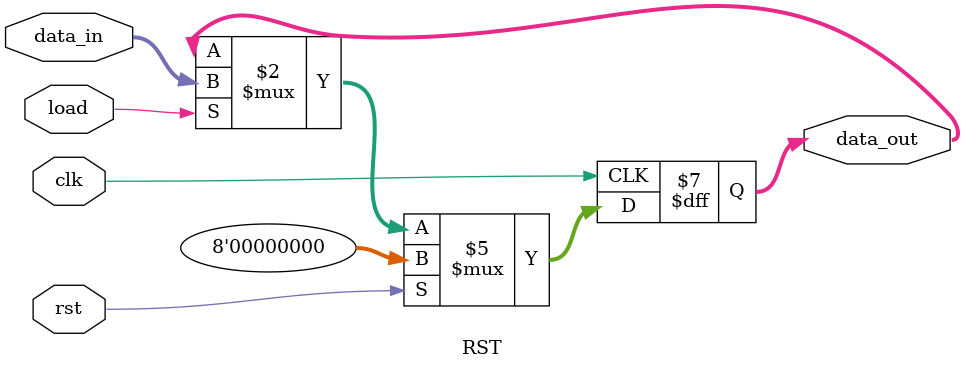
<source format=sv>
module RST(
    input logic clk,
    input logic [7:0] data_in,
    input logic rst,
    input logic load,
    output logic [7:0] data_out
);
    always_ff @(posedge clk)begin
        if(rst) begin 
            data_out <= 8'b0;
        end
        else if(load) begin
            data_out <= data_in;
        end
    end

endmodule

</source>
